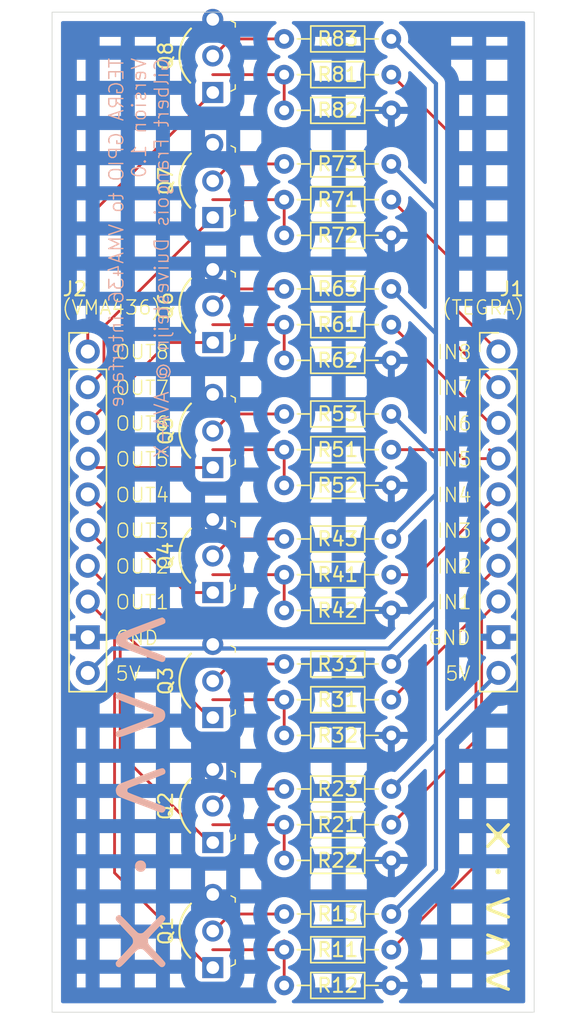
<source format=kicad_pcb>
(kicad_pcb (version 20221018) (generator pcbnew)
  (title_block (title "P3449-B01 GPIO to VMA436 interface") (date "2024-05-20") (rev "1.0") (company "Gilbert François Duivesteijn @ AVA-X"))
  (layers (0 "F.Cu" signal) (31 "B.Cu" signal) (34 "B.Paste" user) (35 "F.Paste" user) (36 "B.SilkS" user "B.Silkscreen") (37 "F.SilkS" user "F.Silkscreen") (38 "B.Mask" user) (39 "F.Mask" user) (44 "Edge.Cuts" user))
  (net 0 "")
  (net 1 "/TEGRA_OUT_1")
  (net 2 "/TEGRA_OUT_2")
  (net 3 "/TEGRA_OUT_3")
  (net 4 "/TEGRA_OUT_4")
  (net 5 "/TEGRA_OUT_5")
  (net 6 "/TEGRA_OUT_6")
  (net 7 "/TEGRA_OUT_7")
  (net 8 "/TEGRA_OUT_8")
  (net 9 "/5V")
  (net 10 "GND")
  (net 11 "/VMA436_IN_1")
  (net 12 "/VMA436_IN_2")
  (net 13 "/VMA436_IN_3")
  (net 14 "/VMA436_IN_4")
  (net 15 "/VMA436_IN_5")
  (net 16 "/VMA436_IN_6")
  (net 17 "/VMA436_IN_7")
  (net 18 "/VMA436_IN_8")
  (net 19 "Net-(Q1-B)")
  (net 20 "Net-(Q1-C)")
  (net 21 "Net-(Q2-B)")
  (net 22 "Net-(Q2-C)")
  (net 23 "Net-(Q3-B)")
  (net 24 "Net-(Q3-C)")
  (net 25 "Net-(Q4-B)")
  (net 26 "Net-(Q4-C)")
  (net 27 "Net-(Q5-B)")
  (net 28 "Net-(Q5-C)")
  (net 29 "Net-(Q6-B)")
  (net 30 "Net-(Q6-C)")
  (net 31 "Net-(Q7-B)")
  (net 32 "Net-(Q7-C)")
  (net 33 "Net-(Q8-B)")
  (net 34 "Net-(Q8-C)")
  (footprint "Resistor_THT:R_Axial_DIN0204_L3.6mm_D1.6mm_P7.62mm_Horizontal" (layer "F.Cu") (at 93.98 53.34 180)
    (fp_text reference "R73" (at 3.81 0) (layer "F.SilkS"))
    (fp_text value "470")
    (pad "1" thru_hole circle (at 0 0 180) (size 1.4 1.4) (drill 0.7) (layers "*.Cu" "*.Mask") (net 9 "/5V"))
    (pad "2" thru_hole oval (at 7.62 0 180) (size 1.4 1.4) (drill 0.7) (layers "*.Cu" "*.Mask") (net 32 "Net-(Q7-C)"))
  )
  (footprint "Resistor_THT:R_Axial_DIN0204_L3.6mm_D1.6mm_P7.62mm_Horizontal" (layer "F.Cu") (at 93.98 44.45 180)
    (fp_text reference "R83" (at 3.81 0) (layer "F.SilkS"))
    (fp_text value "470")
    (pad "1" thru_hole circle (at 0 0 180) (size 1.4 1.4) (drill 0.7) (layers "*.Cu" "*.Mask") (net 9 "/5V"))
    (pad "2" thru_hole oval (at 7.62 0 180) (size 1.4 1.4) (drill 0.7) (layers "*.Cu" "*.Mask") (net 34 "Net-(Q8-C)"))
  )
  (footprint "Resistor_THT:R_Axial_DIN0204_L3.6mm_D1.6mm_P7.62mm_Horizontal" (layer "F.Cu") (at 86.36 58.42)
    (fp_text reference "R72" (at 3.81 0) (layer "F.SilkS"))
    (fp_text value "47k")
    (pad "1" thru_hole circle (at 0 0) (size 1.4 1.4) (drill 0.7) (layers "*.Cu" "*.Mask") (net 31 "Net-(Q7-B)"))
    (pad "2" thru_hole oval (at 7.62 0) (size 1.4 1.4) (drill 0.7) (layers "*.Cu" "*.Mask") (net 10 "GND"))
  )
  (footprint "Resistor_THT:R_Axial_DIN0204_L3.6mm_D1.6mm_P7.62mm_Horizontal" (layer "F.Cu") (at 86.36 49.53)
    (fp_text reference "R82" (at 3.81 0) (layer "F.SilkS"))
    (fp_text value "47k")
    (pad "1" thru_hole circle (at 0 0) (size 1.4 1.4) (drill 0.7) (layers "*.Cu" "*.Mask") (net 33 "Net-(Q8-B)"))
    (pad "2" thru_hole oval (at 7.62 0) (size 1.4 1.4) (drill 0.7) (layers "*.Cu" "*.Mask") (net 10 "GND"))
  )
  (footprint "Resistor_THT:R_Axial_DIN0204_L3.6mm_D1.6mm_P7.62mm_Horizontal" (layer "F.Cu") (at 86.36 85.09)
    (fp_text reference "R42" (at 3.81 0) (layer "F.SilkS"))
    (fp_text value "47k")
    (pad "1" thru_hole circle (at 0 0) (size 1.4 1.4) (drill 0.7) (layers "*.Cu" "*.Mask") (net 25 "Net-(Q4-B)"))
    (pad "2" thru_hole oval (at 7.62 0) (size 1.4 1.4) (drill 0.7) (layers "*.Cu" "*.Mask") (net 10 "GND"))
  )
  (footprint "Connector_PinHeader_2.54mm:PinHeader_1x10_P2.54mm_Vertical" (layer "F.Cu") (at 101.6 66.675)
    (fp_text reference "J1" (at 1.905 -4.445) (layer "F.SilkS") (effects (justify right)))
    (fp_text value "Conn_01x10_Pin")
    (pad "1" thru_hole oval (at 0 0) (size 1.7 1.7) (drill 1) (layers "*.Cu" "*.Mask") (net 8 "/TEGRA_OUT_8"))
    (pad "2" thru_hole oval (at 0 2.54) (size 1.7 1.7) (drill 1) (layers "*.Cu" "*.Mask") (net 7 "/TEGRA_OUT_7"))
    (pad "3" thru_hole oval (at 0 5.08) (size 1.7 1.7) (drill 1) (layers "*.Cu" "*.Mask") (net 6 "/TEGRA_OUT_6"))
    (pad "4" thru_hole oval (at 0 7.62) (size 1.7 1.7) (drill 1) (layers "*.Cu" "*.Mask") (net 5 "/TEGRA_OUT_5"))
    (pad "5" thru_hole oval (at 0 10.16) (size 1.7 1.7) (drill 1) (layers "*.Cu" "*.Mask") (net 4 "/TEGRA_OUT_4"))
    (pad "6" thru_hole oval (at 0 12.7) (size 1.7 1.7) (drill 1) (layers "*.Cu" "*.Mask") (net 3 "/TEGRA_OUT_3"))
    (pad "7" thru_hole oval (at 0 15.24) (size 1.7 1.7) (drill 1) (layers "*.Cu" "*.Mask") (net 2 "/TEGRA_OUT_2"))
    (pad "8" thru_hole oval (at 0 17.78) (size 1.7 1.7) (drill 1) (layers "*.Cu" "*.Mask") (net 1 "/TEGRA_OUT_1"))
    (pad "9" thru_hole rect (at 0 20.32) (size 1.7 1.7) (drill 1) (layers "*.Cu" "*.Mask") (net 10 "GND"))
    (pad "10" thru_hole oval (at 0 22.86) (size 1.7 1.7) (drill 1) (layers "*.Cu" "*.Mask") (net 9 "/5V"))
  )
  (footprint "Resistor_THT:R_Axial_DIN0204_L3.6mm_D1.6mm_P7.62mm_Horizontal" (layer "F.Cu") (at 93.98 91.44 180)
    (fp_text reference "R31" (at 3.81 0) (layer "F.SilkS"))
    (fp_text value "4.7k")
    (pad "1" thru_hole circle (at 0 0 180) (size 1.4 1.4) (drill 0.7) (layers "*.Cu" "*.Mask") (net 3 "/TEGRA_OUT_3"))
    (pad "2" thru_hole oval (at 7.62 0 180) (size 1.4 1.4) (drill 0.7) (layers "*.Cu" "*.Mask") (net 23 "Net-(Q3-B)"))
  )
  (footprint "Resistor_THT:R_Axial_DIN0204_L3.6mm_D1.6mm_P7.62mm_Horizontal" (layer "F.Cu") (at 93.98 73.66 180)
    (fp_text reference "R51" (at 3.81 0) (layer "F.SilkS"))
    (fp_text value "4.7k")
    (pad "1" thru_hole circle (at 0 0 180) (size 1.4 1.4) (drill 0.7) (layers "*.Cu" "*.Mask") (net 5 "/TEGRA_OUT_5"))
    (pad "2" thru_hole oval (at 7.62 0 180) (size 1.4 1.4) (drill 0.7) (layers "*.Cu" "*.Mask") (net 27 "Net-(Q5-B)"))
  )
  (footprint "Resistor_THT:R_Axial_DIN0204_L3.6mm_D1.6mm_P7.62mm_Horizontal" (layer "F.Cu") (at 86.36 102.87)
    (fp_text reference "R22" (at 3.81 0) (layer "F.SilkS"))
    (fp_text value "47k")
    (pad "1" thru_hole circle (at 0 0) (size 1.4 1.4) (drill 0.7) (layers "*.Cu" "*.Mask") (net 21 "Net-(Q2-B)"))
    (pad "2" thru_hole oval (at 7.62 0) (size 1.4 1.4) (drill 0.7) (layers "*.Cu" "*.Mask") (net 10 "GND"))
  )
  (footprint "Resistor_THT:R_Axial_DIN0204_L3.6mm_D1.6mm_P7.62mm_Horizontal" (layer "F.Cu") (at 93.98 46.99 180)
    (fp_text reference "R81" (at 3.81 0) (layer "F.SilkS"))
    (fp_text value "4.7k")
    (pad "1" thru_hole circle (at 0 0 180) (size 1.4 1.4) (drill 0.7) (layers "*.Cu" "*.Mask") (net 8 "/TEGRA_OUT_8"))
    (pad "2" thru_hole oval (at 7.62 0 180) (size 1.4 1.4) (drill 0.7) (layers "*.Cu" "*.Mask") (net 33 "Net-(Q8-B)"))
  )
  (footprint "digikey-footprints:TO-92-3_Formed_Leads" (layer "F.Cu") (at 81.28 101.6 90)
    (fp_text reference "Q2" (at 2.6 -3.35 90) (layer "F.SilkS"))
    (fp_text value "BC547B")
    (pad "1" thru_hole rect (at 0 0 270) (size 1.5 1.5) (drill 0.9) (layers "*.Cu" "*.Mask") (net 22 "Net-(Q2-C)"))
    (pad "2" thru_hole circle (at 2.6 0 270) (size 1.5 1.5) (drill 0.9) (layers "*.Cu" "*.Mask") (net 21 "Net-(Q2-B)"))
    (pad "3" thru_hole circle (at 5.2 0 270) (size 1.5 1.5) (drill 0.9) (layers "*.Cu" "*.Mask") (net 12 "/VMA436_IN_2"))
  )
  (footprint "digikey-footprints:TO-92-3_Formed_Leads" (layer "F.Cu") (at 81.28 83.82 90)
    (fp_text reference "Q4" (at 2.6 -3.35 90) (layer "F.SilkS"))
    (fp_text value "BC547B")
    (pad "1" thru_hole rect (at 0 0 270) (size 1.5 1.5) (drill 0.9) (layers "*.Cu" "*.Mask") (net 26 "Net-(Q4-C)"))
    (pad "2" thru_hole circle (at 2.6 0 270) (size 1.5 1.5) (drill 0.9) (layers "*.Cu" "*.Mask") (net 25 "Net-(Q4-B)"))
    (pad "3" thru_hole circle (at 5.2 0 270) (size 1.5 1.5) (drill 0.9) (layers "*.Cu" "*.Mask") (net 14 "/VMA436_IN_4"))
  )
  (footprint "Resistor_THT:R_Axial_DIN0204_L3.6mm_D1.6mm_P7.62mm_Horizontal" (layer "F.Cu") (at 93.98 97.79 180)
    (fp_text reference "R23" (at 3.81 0) (layer "F.SilkS"))
    (fp_text value "470")
    (pad "1" thru_hole circle (at 0 0 180) (size 1.4 1.4) (drill 0.7) (layers "*.Cu" "*.Mask") (net 9 "/5V"))
    (pad "2" thru_hole oval (at 7.62 0 180) (size 1.4 1.4) (drill 0.7) (layers "*.Cu" "*.Mask") (net 22 "Net-(Q2-C)"))
  )
  (footprint "digikey-footprints:TO-92-3_Formed_Leads" (layer "F.Cu") (at 81.28 92.71 90)
    (fp_text reference "Q3" (at 2.6 -3.35 90) (layer "F.SilkS"))
    (fp_text value "BC547B")
    (pad "1" thru_hole rect (at 0 0 270) (size 1.5 1.5) (drill 0.9) (layers "*.Cu" "*.Mask") (net 24 "Net-(Q3-C)"))
    (pad "2" thru_hole circle (at 2.6 0 270) (size 1.5 1.5) (drill 0.9) (layers "*.Cu" "*.Mask") (net 23 "Net-(Q3-B)"))
    (pad "3" thru_hole circle (at 5.2 0 270) (size 1.5 1.5) (drill 0.9) (layers "*.Cu" "*.Mask") (net 13 "/VMA436_IN_3"))
  )
  (footprint "Resistor_THT:R_Axial_DIN0204_L3.6mm_D1.6mm_P7.62mm_Horizontal" (layer "F.Cu") (at 93.98 88.9 180)
    (fp_text reference "R33" (at 3.81 0) (layer "F.SilkS"))
    (fp_text value "470")
    (pad "1" thru_hole circle (at 0 0 180) (size 1.4 1.4) (drill 0.7) (layers "*.Cu" "*.Mask") (net 9 "/5V"))
    (pad "2" thru_hole oval (at 7.62 0 180) (size 1.4 1.4) (drill 0.7) (layers "*.Cu" "*.Mask") (net 24 "Net-(Q3-C)"))
  )
  (footprint "Resistor_THT:R_Axial_DIN0204_L3.6mm_D1.6mm_P7.62mm_Horizontal" (layer "F.Cu") (at 93.98 106.68 180)
    (fp_text reference "R13" (at 3.81 0) (layer "F.SilkS"))
    (fp_text value "470")
    (pad "1" thru_hole circle (at 0 0 180) (size 1.4 1.4) (drill 0.7) (layers "*.Cu" "*.Mask") (net 9 "/5V"))
    (pad "2" thru_hole oval (at 7.62 0 180) (size 1.4 1.4) (drill 0.7) (layers "*.Cu" "*.Mask") (net 20 "Net-(Q1-C)"))
  )
  (footprint "digikey-footprints:TO-92-3_Formed_Leads" (layer "F.Cu") (at 81.28 110.49 90)
    (fp_text reference "Q1" (at 2.6 -3.35 90) (layer "F.SilkS"))
    (fp_text value "BC547B")
    (pad "1" thru_hole rect (at 0 0 270) (size 1.5 1.5) (drill 0.9) (layers "*.Cu" "*.Mask") (net 20 "Net-(Q1-C)"))
    (pad "2" thru_hole circle (at 2.6 0 270) (size 1.5 1.5) (drill 0.9) (layers "*.Cu" "*.Mask") (net 19 "Net-(Q1-B)"))
    (pad "3" thru_hole circle (at 5.2 0 270) (size 1.5 1.5) (drill 0.9) (layers "*.Cu" "*.Mask") (net 11 "/VMA436_IN_1"))
  )
  (footprint "Resistor_THT:R_Axial_DIN0204_L3.6mm_D1.6mm_P7.62mm_Horizontal" (layer "F.Cu") (at 86.36 93.98)
    (fp_text reference "R32" (at 3.81 0) (layer "F.SilkS"))
    (fp_text value "47k")
    (pad "1" thru_hole circle (at 0 0) (size 1.4 1.4) (drill 0.7) (layers "*.Cu" "*.Mask") (net 23 "Net-(Q3-B)"))
    (pad "2" thru_hole oval (at 7.62 0) (size 1.4 1.4) (drill 0.7) (layers "*.Cu" "*.Mask") (net 10 "GND"))
  )
  (footprint "Resistor_THT:R_Axial_DIN0204_L3.6mm_D1.6mm_P7.62mm_Horizontal" (layer "F.Cu") (at 86.36 67.31)
    (fp_text reference "R62" (at 3.81 0) (layer "F.SilkS"))
    (fp_text value "47k")
    (pad "1" thru_hole circle (at 0 0) (size 1.4 1.4) (drill 0.7) (layers "*.Cu" "*.Mask") (net 29 "Net-(Q6-B)"))
    (pad "2" thru_hole oval (at 7.62 0) (size 1.4 1.4) (drill 0.7) (layers "*.Cu" "*.Mask") (net 10 "GND"))
  )
  (footprint "Resistor_THT:R_Axial_DIN0204_L3.6mm_D1.6mm_P7.62mm_Horizontal" (layer "F.Cu") (at 93.98 109.22 180)
    (fp_text reference "R11" (at 3.81 0) (layer "F.SilkS"))
    (fp_text value "4.7k")
    (pad "1" thru_hole circle (at 0 0 180) (size 1.4 1.4) (drill 0.7) (layers "*.Cu" "*.Mask") (net 1 "/TEGRA_OUT_1"))
    (pad "2" thru_hole oval (at 7.62 0 180) (size 1.4 1.4) (drill 0.7) (layers "*.Cu" "*.Mask") (net 19 "Net-(Q1-B)"))
  )
  (footprint "Resistor_THT:R_Axial_DIN0204_L3.6mm_D1.6mm_P7.62mm_Horizontal" (layer "F.Cu") (at 86.36 76.2)
    (fp_text reference "R52" (at 3.81 0) (layer "F.SilkS"))
    (fp_text value "47k")
    (pad "1" thru_hole circle (at 0 0) (size 1.4 1.4) (drill 0.7) (layers "*.Cu" "*.Mask") (net 27 "Net-(Q5-B)"))
    (pad "2" thru_hole oval (at 7.62 0) (size 1.4 1.4) (drill 0.7) (layers "*.Cu" "*.Mask") (net 10 "GND"))
  )
  (footprint "Resistor_THT:R_Axial_DIN0204_L3.6mm_D1.6mm_P7.62mm_Horizontal" (layer "F.Cu") (at 93.98 80.01 180)
    (fp_text reference "R43" (at 3.81 0) (layer "F.SilkS"))
    (fp_text value "470")
    (pad "1" thru_hole circle (at 0 0 180) (size 1.4 1.4) (drill 0.7) (layers "*.Cu" "*.Mask") (net 9 "/5V"))
    (pad "2" thru_hole oval (at 7.62 0 180) (size 1.4 1.4) (drill 0.7) (layers "*.Cu" "*.Mask") (net 26 "Net-(Q4-C)"))
  )
  (footprint "Resistor_THT:R_Axial_DIN0204_L3.6mm_D1.6mm_P7.62mm_Horizontal" (layer "F.Cu") (at 93.98 55.88 180)
    (fp_text reference "R71" (at 3.81 0) (layer "F.SilkS"))
    (fp_text value "4.7k")
    (pad "1" thru_hole circle (at 0 0 180) (size 1.4 1.4) (drill 0.7) (layers "*.Cu" "*.Mask") (net 7 "/TEGRA_OUT_7"))
    (pad "2" thru_hole oval (at 7.62 0 180) (size 1.4 1.4) (drill 0.7) (layers "*.Cu" "*.Mask") (net 31 "Net-(Q7-B)"))
  )
  (footprint "Resistor_THT:R_Axial_DIN0204_L3.6mm_D1.6mm_P7.62mm_Horizontal" (layer "F.Cu") (at 93.98 100.33 180)
    (fp_text reference "R21" (at 3.81 0) (layer "F.SilkS"))
    (fp_text value "4.7k")
    (pad "1" thru_hole circle (at 0 0 180) (size 1.4 1.4) (drill 0.7) (layers "*.Cu" "*.Mask") (net 2 "/TEGRA_OUT_2"))
    (pad "2" thru_hole oval (at 7.62 0 180) (size 1.4 1.4) (drill 0.7) (layers "*.Cu" "*.Mask") (net 21 "Net-(Q2-B)"))
  )
  (footprint "Resistor_THT:R_Axial_DIN0204_L3.6mm_D1.6mm_P7.62mm_Horizontal" (layer "F.Cu") (at 93.98 64.77 180)
    (fp_text reference "R61" (at 3.81 0) (layer "F.SilkS"))
    (fp_text value "4.7k")
    (pad "1" thru_hole circle (at 0 0 180) (size 1.4 1.4) (drill 0.7) (layers "*.Cu" "*.Mask") (net 6 "/TEGRA_OUT_6"))
    (pad "2" thru_hole oval (at 7.62 0 180) (size 1.4 1.4) (drill 0.7) (layers "*.Cu" "*.Mask") (net 29 "Net-(Q6-B)"))
  )
  (footprint "Resistor_THT:R_Axial_DIN0204_L3.6mm_D1.6mm_P7.62mm_Horizontal" (layer "F.Cu") (at 93.98 62.23 180)
    (fp_text reference "R63" (at 3.81 0) (layer "F.SilkS"))
    (fp_text value "470")
    (pad "1" thru_hole circle (at 0 0 180) (size 1.4 1.4) (drill 0.7) (layers "*.Cu" "*.Mask") (net 9 "/5V"))
    (pad "2" thru_hole oval (at 7.62 0 180) (size 1.4 1.4) (drill 0.7) (layers "*.Cu" "*.Mask") (net 30 "Net-(Q6-C)"))
  )
  (footprint "digikey-footprints:ava-x-logo-12" (layer "F.Cu") (at 101.6 106.172 90)
    (fp_text reference "G***" hide)
    (fp_text value "LOGO" hide)
  )
  (footprint "digikey-footprints:TO-92-3_Formed_Leads" (layer "F.Cu") (at 81.28 57.15 90)
    (fp_text reference "Q7" (at 2.6 -3.35 90) (layer "F.SilkS"))
    (fp_text value "BC547B")
    (pad "1" thru_hole rect (at 0 0 270) (size 1.5 1.5) (drill 0.9) (layers "*.Cu" "*.Mask") (net 32 "Net-(Q7-C)"))
    (pad "2" thru_hole circle (at 2.6 0 270) (size 1.5 1.5) (drill 0.9) (layers "*.Cu" "*.Mask") (net 31 "Net-(Q7-B)"))
    (pad "3" thru_hole circle (at 5.2 0 270) (size 1.5 1.5) (drill 0.9) (layers "*.Cu" "*.Mask") (net 17 "/VMA436_IN_7"))
  )
  (footprint "Resistor_THT:R_Axial_DIN0204_L3.6mm_D1.6mm_P7.62mm_Horizontal" (layer "F.Cu") (at 93.98 71.12 180)
    (fp_text reference "R53" (at 3.81 0) (layer "F.SilkS"))
    (fp_text value "470")
    (pad "1" thru_hole circle (at 0 0 180) (size 1.4 1.4) (drill 0.7) (layers "*.Cu" "*.Mask") (net 9 "/5V"))
    (pad "2" thru_hole oval (at 7.62 0 180) (size 1.4 1.4) (drill 0.7) (layers "*.Cu" "*.Mask") (net 28 "Net-(Q5-C)"))
  )
  (footprint "digikey-footprints:TO-92-3_Formed_Leads" (layer "F.Cu") (at 81.28 66.04 90)
    (fp_text reference "Q6" (at 2.6 -3.35 90) (layer "F.SilkS"))
    (fp_text value "BC547B")
    (pad "1" thru_hole rect (at 0 0 270) (size 1.5 1.5) (drill 0.9) (layers "*.Cu" "*.Mask") (net 30 "Net-(Q6-C)"))
    (pad "2" thru_hole circle (at 2.6 0 270) (size 1.5 1.5) (drill 0.9) (layers "*.Cu" "*.Mask") (net 29 "Net-(Q6-B)"))
    (pad "3" thru_hole circle (at 5.2 0 270) (size 1.5 1.5) (drill 0.9) (layers "*.Cu" "*.Mask") (net 16 "/VMA436_IN_6"))
  )
  (footprint "Resistor_THT:R_Axial_DIN0204_L3.6mm_D1.6mm_P7.62mm_Horizontal" (layer "F.Cu") (at 86.36 111.76)
    (fp_text reference "R12" (at 3.81 0) (layer "F.SilkS"))
    (fp_text value "47k")
    (pad "1" thru_hole circle (at 0 0) (size 1.4 1.4) (drill 0.7) (layers "*.Cu" "*.Mask") (net 19 "Net-(Q1-B)"))
    (pad "2" thru_hole oval (at 7.62 0) (size 1.4 1.4) (drill 0.7) (layers "*.Cu" "*.Mask") (net 10 "GND"))
  )
  (footprint "Resistor_THT:R_Axial_DIN0204_L3.6mm_D1.6mm_P7.62mm_Horizontal" (layer "F.Cu") (at 93.98 82.55 180)
    (fp_text reference "R41" (at 3.81 0) (layer "F.SilkS"))
    (fp_text value "4.7k")
    (pad "1" thru_hole circle (at 0 0 180) (size 1.4 1.4) (drill 0.7) (layers "*.Cu" "*.Mask") (net 4 "/TEGRA_OUT_4"))
    (pad "2" thru_hole oval (at 7.62 0 180) (size 1.4 1.4) (drill 0.7) (layers "*.Cu" "*.Mask") (net 25 "Net-(Q4-B)"))
  )
  (footprint "Connector_PinHeader_2.54mm:PinHeader_1x10_P2.54mm_Vertical" (layer "F.Cu") (at 72.39 66.68)
    (fp_text reference "J2" (at -0.922857 -4.45) (layer "F.SilkS"))
    (fp_text value "Conn_01x10_Pin")
    (pad "1" thru_hole oval (at 0 0) (size 1.7 1.7) (drill 1) (layers "*.Cu" "*.Mask") (net 18 "/VMA436_IN_8"))
    (pad "2" thru_hole oval (at 0 2.54) (size 1.7 1.7) (drill 1) (layers "*.Cu" "*.Mask") (net 17 "/VMA436_IN_7"))
    (pad "3" thru_hole oval (at 0 5.08) (size 1.7 1.7) (drill 1) (layers "*.Cu" "*.Mask") (net 16 "/VMA436_IN_6"))
    (pad "4" thru_hole oval (at 0 7.62) (size 1.7 1.7) (drill 1) (layers "*.Cu" "*.Mask") (net 15 "/VMA436_IN_5"))
    (pad "5" thru_hole oval (at 0 10.16) (size 1.7 1.7) (drill 1) (layers "*.Cu" "*.Mask") (net 14 "/VMA436_IN_4"))
    (pad "6" thru_hole oval (at 0 12.7) (size 1.7 1.7) (drill 1) (layers "*.Cu" "*.Mask") (net 13 "/VMA436_IN_3"))
    (pad "7" thru_hole oval (at 0 15.24) (size 1.7 1.7) (drill 1) (layers "*.Cu" "*.Mask") (net 12 "/VMA436_IN_2"))
    (pad "8" thru_hole oval (at 0 17.78) (size 1.7 1.7) (drill 1) (layers "*.Cu" "*.Mask") (net 11 "/VMA436_IN_1"))
    (pad "9" thru_hole rect (at 0 20.32) (size 1.7 1.7) (drill 1) (layers "*.Cu" "*.Mask") (net 10 "GND"))
    (pad "10" thru_hole oval (at 0 22.86) (size 1.7 1.7) (drill 1) (layers "*.Cu" "*.Mask") (net 9 "/5V"))
  )
  (footprint "digikey-footprints:TO-92-3_Formed_Leads" (layer "F.Cu") (at 81.28 74.93 90)
    (fp_text reference "Q5" (at 2.6 -3.35 90) (layer "F.SilkS"))
    (fp_text value "BC547B")
    (pad "1" thru_hole rect (at 0 0 270) (size 1.5 1.5) (drill 0.9) (layers "*.Cu" "*.Mask") (net 28 "Net-(Q5-C)"))
    (pad "2" thru_hole circle (at 2.6 0 270) (size 1.5 1.5) (drill 0.9) (layers "*.Cu" "*.Mask") (net 27 "Net-(Q5-B)"))
    (pad "3" thru_hole circle (at 5.2 0 270) (size 1.5 1.5) (drill 0.9) (layers "*.Cu" "*.Mask") (net 15 "/VMA436_IN_5"))
  )
  (footprint "digikey-footprints:TO-92-3_Formed_Leads" (layer "F.Cu") (at 81.28 48.26 90)
    (fp_text reference "Q8" (at 2.6 -3.35 90) (layer "F.SilkS"))
    (fp_text value "BC547B")
    (pad "1" thru_hole rect (at 0 0 270) (size 1.5 1.5) (drill 0.9) (layers "*.Cu" "*.Mask") (net 34 "Net-(Q8-C)"))
    (pad "2" thru_hole circle (at 2.6 0 270) (size 1.5 1.5) (drill 0.9) (layers "*.Cu" "*.Mask") (net 33 "Net-(Q8-B)"))
    (pad "3" thru_hole circle (at 5.2 0 270) (size 1.5 1.5) (drill 0.9) (layers "*.Cu" "*.Mask") (net 18 "/VMA436_IN_8"))
  )
  (footprint "digikey-footprints:ava-x-logo" (layer "B.Cu") (at 76.2 98.044 -90)
    (fp_text reference "G***" hide)
    (fp_text value "LOGO" hide)
  )
  (gr_line (start 104.14 113.665) (end 104.14 42.545) (stroke (width 0.05)) (layer "Edge.Cuts"))
  (gr_line (start 69.85 42.545) (end 69.85 113.665) (stroke (width 0.05)) (layer "Edge.Cuts"))
  (gr_line (start 69.85 113.665) (end 104.14 113.665) (stroke (width 0.05)) (layer "Edge.Cuts"))
  (gr_line (start 104.14 42.545) (end 69.85 42.545) (stroke (width 0.05)) (layer "Edge.Cuts"))
  (gr_text "TEGRA GPIO to VMA436 interface\nVersion 1.0\nGilbert François Duivesteijn @ AVA-X" (at 78.232 45.72 90) (layer "B.SilkS") (effects (font (size 1 1) (thickness 0.1)) (justify left bottom mirror)))
  (gr_text "GND" (at 99.695 87.63) (layer "F.SilkS") (effects (font (size 1 1) (thickness 0.1)) (justify right bottom)))
  (gr_text "GND" (at 74.295 87.63) (layer "F.SilkS") (effects (font (size 1 1) (thickness 0.1)) (justify left bottom)))
  (gr_text "OUT1" (at 74.295 85.09) (layer "F.SilkS") (effects (font (size 1 1) (thickness 0.1)) (justify left bottom)))
  (gr_text "IN3" (at 97.155 80.01) (layer "F.SilkS") (effects (font (size 1 1) (thickness 0.1)) (justify left bottom)))
  (gr_text "5V" (at 99.695 90.17) (layer "F.SilkS") (effects (font (size 1 1) (thickness 0.1)) (justify right bottom)))
  (gr_text "OUT2" (at 74.295 82.55) (layer "F.SilkS") (effects (font (size 1 1) (thickness 0.1)) (justify left bottom)))
  (gr_text "IN8" (at 97.155 67.31) (layer "F.SilkS") (effects (font (size 1 1) (thickness 0.1)) (justify left bottom)))
  (gr_text "OUT4" (at 74.295 77.47) (layer "F.SilkS") (effects (font (size 1 1) (thickness 0.1)) (justify left bottom)))
  (gr_text "OUT7" (at 74.295 69.85) (layer "F.SilkS") (effects (font (size 1 1) (thickness 0.1)) (justify left bottom)))
  (gr_text "IN7" (at 97.155 69.85) (layer "F.SilkS") (effects (font (size 1 1) (thickness 0.1)) (justify left bottom)))
  (gr_text "OUT8" (at 74.295 67.31) (layer "F.SilkS") (effects (font (size 1 1) (thickness 0.1)) (justify left bottom)))
  (gr_text "IN4" (at 97.155 77.47) (layer "F.SilkS") (effects (font (size 1 1) (thickness 0.1)) (justify left bottom)))
  (gr_text "IN5" (at 97.155 74.93) (layer "F.SilkS") (effects (font (size 1 1) (thickness 0.1)) (justify left bottom)))
  (gr_text "IN6" (at 97.155 72.39) (layer "F.SilkS") (effects (font (size 1 1) (thickness 0.1)) (justify left bottom)))
  (gr_text "OUT5" (at 74.295 74.93) (layer "F.SilkS") (effects (font (size 1 1) (thickness 0.1)) (justify left bottom)))
  (gr_text "OUT3" (at 74.295 80.01) (layer "F.SilkS") (effects (font (size 1 1) (thickness 0.1)) (justify left bottom)))
  (gr_text "(VMA436)" (at 70.485 64.135) (layer "F.SilkS") (effects (font (size 1 1) (thickness 0.1)) (justify left bottom)))
  (gr_text "OUT6" (at 74.295 72.39) (layer "F.SilkS") (effects (font (size 1 1) (thickness 0.1)) (justify left bottom)))
  (gr_text "IN2" (at 97.155 82.55) (layer "F.SilkS") (effects (font (size 1 1) (thickness 0.1)) (justify left bottom)))
  (gr_text "IN1" (at 97.155 85.09) (layer "F.SilkS") (effects (font (size 1 1) (thickness 0.1)) (justify left bottom)))
  (gr_text "(TEGRA)" (at 103.505 64.135) (layer "F.SilkS") (effects (font (size 1 1) (thickness 0.1)) (justify right bottom)))
  (gr_text "5V" (at 74.295 90.17) (layer "F.SilkS") (effects (font (size 1 1) (thickness 0.1)) (justify left bottom)))
  (segment (start 100.4 102.8) (end 100.4 85.655) (width 0.2) (layer "F.Cu") (net 1))
  (segment (start 100.4 85.655) (end 101.6 84.455) (width 0.2) (layer "F.Cu") (net 1))
  (segment (start 93.98 109.22) (end 100.4 102.8) (width 0.2) (layer "F.Cu") (net 1))
  (segment (start 93.98 100.33) (end 100 94.31) (width 0.2) (layer "F.Cu") (net 2))
  (segment (start 100 94.31) (end 100 83.515) (width 0.2) (layer "F.Cu") (net 2))
  (segment (start 100 83.515) (end 101.6 81.915) (width 0.2) (layer "F.Cu") (net 2))
  (segment (start 93.98 91.44) (end 99.6 85.82) (width 0.2) (layer "F.Cu") (net 3))
  (segment (start 99.6 85.82) (end 99.6 81.375) (width 0.2) (layer "F.Cu") (net 3))
  (segment (start 99.6 81.375) (end 101.6 79.375) (width 0.2) (layer "F.Cu") (net 3))
  (segment (start 93.98 82.55) (end 95.885 82.55) (width 0.2) (layer "F.Cu") (net 4))
  (segment (start 95.885 82.55) (end 101.6 76.835) (width 0.2) (layer "F.Cu") (net 4))
  (segment (start 98.425 73.66) (end 99.06 74.295) (width 0.2) (layer "F.Cu") (net 5))
  (segment (start 100.965 73.66) (end 101.6 74.295) (width 0.2) (layer "F.Cu") (net 5))
  (segment (start 99.06 74.295) (end 101.6 74.295) (width 0.2) (layer "F.Cu") (net 5))
  (segment (start 93.98 73.66) (end 98.425 73.66) (width 0.2) (layer "F.Cu") (net 5))
  (segment (start 100.965 71.755) (end 101.6 71.755) (width 0.2) (layer "F.Cu") (net 6))
  (segment (start 93.98 64.77) (end 100.965 71.755) (width 0.2) (layer "F.Cu") (net 6))
  (segment (start 98.025 65.64) (end 101.6 69.215) (width 0.2) (layer "F.Cu") (net 7))
  (segment (start 93.98 55.88) (end 98.025 59.925) (width 0.2) (layer "F.Cu") (net 7))
  (segment (start 98.025 59.925) (end 98.025 65.64) (width 0.2) (layer "F.Cu") (net 7))
  (segment (start 98.425 51.435) (end 98.425 63.5) (width 0.2) (layer "F.Cu") (net 8))
  (segment (start 93.98 46.99) (end 98.425 51.435) (width 0.2) (layer "F.Cu") (net 8))
  (segment (start 98.425 63.5) (end 101.6 66.675) (width 0.2) (layer "F.Cu") (net 8))
  (segment (start 97.155 74.295) (end 97.155 67.31) (width 0.3) (layer "B.Cu") (net 9))
  (segment (start 97.155 82.55) (end 97.155 76.835) (width 0.3) (layer "B.Cu") (net 9))
  (segment (start 101.6 89.535) (end 97.155 93.98) (width 0.3) (layer "B.Cu") (net 9))
  (segment (start 97.155 94.615) (end 93.98 97.79) (width 0.3) (layer "B.Cu") (net 9))
  (segment (start 97.155 47.625) (end 93.98 44.45) (width 0.3) (layer "B.Cu") (net 9))
  (segment (start 97.155 103.505) (end 93.98 106.68) (width 0.3) (layer "B.Cu") (net 9))
  (segment (start 93.98 97.155) (end 93.98 97.79) (width 0.2) (layer "B.Cu") (net 9))
  (segment (start 97.155 76.835) (end 97.155 74.295) (width 0.3) (layer "B.Cu") (net 9))
  (segment (start 97.155 85.725) (end 93.98 88.9) (width 0.3) (layer "B.Cu") (net 9))
  (segment (start 97.155 74.295) (end 93.98 71.12) (width 0.3) (layer "B.Cu") (net 9))
  (segment (start 97.155 93.98) (end 97.155 94.615) (width 0.3) (layer "B.Cu") (net 9))
  (segment (start 97.155 93.98) (end 97.155 85.725) (width 0.3) (layer "B.Cu") (net 9))
  (segment (start 97.155 93.98) (end 97.155 103.505) (width 0.3) (layer "B.Cu") (net 9))
  (segment (start 97.155 85.725) (end 97.155 82.55) (width 0.3) (layer "B.Cu") (net 9))
  (segment (start 97.155 82.55) (end 97.155 84.455) (width 0.3) (layer "B.Cu") (net 9))
  (segment (start 97.155 56.515) (end 93.98 53.34) (width 0.3) (layer "B.Cu") (net 9))
  (segment (start 74.13 87.8) (end 72.39 89.54) (width 0.3) (layer "B.Cu") (net 9))
  (segment (start 97.155 65.405) (end 93.98 62.23) (width 0.3) (layer "B.Cu") (net 9))
  (segment (start 97.155 65.405) (end 97.155 56.515) (width 0.3) (layer "B.Cu") (net 9))
  (segment (start 97.155 76.835) (end 93.98 80.01) (width 0.3) (layer "B.Cu") (net 9))
  (segment (start 97.155 67.31) (end 97.155 65.405) (width 0.3) (layer "B.Cu") (net 9))
  (segment (start 93.81 87.8) (end 74.13 87.8) (width 0.3) (layer "B.Cu") (net 9))
  (segment (start 97.155 84.455) (end 93.81 87.8) (width 0.3) (layer "B.Cu") (net 9))
  (segment (start 97.155 56.515) (end 97.155 47.625) (width 0.3) (layer "B.Cu") (net 9))
  (segment (start 74.295 103.755) (end 74.295 86.36) (width 0.2) (layer "F.Cu") (net 11))
  (segment (start 81.28 110.49) (end 81.03 110.49) (width 0.2) (layer "F.Cu") (net 11))
  (segment (start 74.29 86.36) (end 72.39 84.46) (width 0.2) (layer "F.Cu") (net 11))
  (segment (start 81.03 110.49) (end 74.295 103.755) (width 0.2) (layer "F.Cu") (net 11))
  (segment (start 74.295 86.36) (end 74.29 86.36) (width 0.2) (layer "F.Cu") (net 11))
  (segment (start 81.03 101.6) (end 74.695 95.265) (width 0.2) (layer "F.Cu") (net 12))
  (segment (start 81.28 101.6) (end 81.03 101.6) (width 0.2) (layer "F.Cu") (net 12))
  (segment (start 74.695 95.265) (end 74.695 84.225) (width 0.2) (layer "F.Cu") (net 12))
  (segment (start 74.695 84.225) (end 72.39 81.92) (width 0.2) (layer "F.Cu") (net 12))
  (segment (start 75.095 82.085) (end 72.39 79.38) (width 0.2) (layer "F.Cu") (net 13))
  (segment (start 81.03 92.71) (end 75.095 86.775) (width 0.2) (layer "F.Cu") (net 13))
  (segment (start 75.095 86.775) (end 75.095 82.085) (width 0.2) (layer "F.Cu") (net 13))
  (segment (start 81.28 92.71) (end 81.03 92.71) (width 0.2) (layer "F.Cu") (net 13))
  (segment (start 79.37 83.82) (end 72.39 76.84) (width 0.2) (layer "F.Cu") (net 14))
  (segment (start 81.28 83.82) (end 79.37 83.82) (width 0.2) (layer "F.Cu") (net 14))
  (segment (start 73.02 74.93) (end 72.39 74.3) (width 0.2) (layer "F.Cu") (net 15))
  (segment (start 81.28 74.93) (end 73.02 74.93) (width 0.2) (layer "F.Cu") (net 15))
  (segment (start 78.11 66.04) (end 72.39 71.76) (width 0.2) (layer "F.Cu") (net 16))
  (segment (start 81.28 66.04) (end 78.11 66.04) (width 0.2) (layer "F.Cu") (net 16))
  (segment (start 81.28 57.15) (end 73.54 64.89) (width 0.2) (layer "F.Cu") (net 17))
  (segment (start 73.54 64.89) (end 73.54 68.07) (width 0.2) (layer "F.Cu") (net 17))
  (segment (start 73.54 68.07) (end 72.39 69.22) (width 0.2) (layer "F.Cu") (net 17))
  (segment (start 81.28 48.26) (end 72.39 57.15) (width 0.2) (layer "F.Cu") (net 18))
  (segment (start 72.39 57.15) (end 72.39 66.68) (width 0.2) (layer "F.Cu") (net 18))
  (segment (start 86.36 109.22) (end 81.28 109.22) (width 0.2) (layer "F.Cu") (net 19))
  (segment (start 86.36 108.585) (end 85.725 109.22) (width 0.2) (layer "F.Cu") (net 19))
  (segment (start 86.36 111.76) (end 86.36 109.22) (width 0.2) (layer "F.Cu") (net 19))
  (segment (start 82.55 106.68) (end 81.28 107.95) (width 0.2) (layer "F.Cu") (net 20))
  (segment (start 86.36 106.68) (end 82.55 106.68) (width 0.2) (layer "F.Cu") (net 20))
  (segment (start 86.36 100.33) (end 81.28 100.33) (width 0.2) (layer "F.Cu") (net 21))
  (segment (start 86.36 102.87) (end 86.36 100.33) (width 0.2) (layer "F.Cu") (net 21))
  (segment (start 82.55 97.79) (end 81.28 99.06) (width 0.2) (layer "F.Cu") (net 22))
  (segment (start 86.36 97.79) (end 82.55 97.79) (width 0.2) (layer "F.Cu") (net 22))
  (segment (start 86.36 91.44) (end 81.28 91.44) (width 0.2) (layer "F.Cu") (net 23))
  (segment (start 86.36 93.98) (end 86.36 91.44) (width 0.2) (layer "F.Cu") (net 23))
  (segment (start 86.36 88.9) (end 82.55 88.9) (width 0.2) (layer "F.Cu") (net 24))
  (segment (start 82.55 88.9) (end 81.28 90.17) (width 0.2) (layer "F.Cu") (net 24))
  (segment (start 86.36 82.55) (end 81.28 82.55) (width 0.2) (layer "F.Cu") (net 25))
  (segment (start 86.36 85.09) (end 86.36 82.55) (width 0.2) (layer "F.Cu") (net 25))
  (segment (start 86.36 80.01) (end 82.55 80.01) (width 0.2) (layer "F.Cu") (net 26))
  (segment (start 82.55 80.01) (end 81.28 81.28) (width 0.2) (layer "F.Cu") (net 26))
  (segment (start 86.36 76.2) (end 86.36 73.66) (width 0.2) (layer "F.Cu") (net 27))
  (segment (start 86.36 73.66) (end 81.28 73.66) (width 0.2) (layer "F.Cu") (net 27))
  (segment (start 86.36 71.12) (end 82.55 71.12) (width 0.2) (layer "F.Cu") (net 28))
  (segment (start 82.55 71.12) (end 81.28 72.39) (width 0.2) (layer "F.Cu") (net 28))
  (segment (start 86.36 67.31) (end 86.36 64.77) (width 0.2) (layer "F.Cu") (net 29))
  (segment (start 86.36 64.77) (end 81.28 64.77) (width 0.2) (layer "F.Cu") (net 29))
  (segment (start 86.36 62.23) (end 82.55 62.23) (width 0.2) (layer "F.Cu") (net 30))
  (segment (start 82.55 62.23) (end 81.28 63.5) (width 0.2) (layer "F.Cu") (net 30))
  (segment (start 86.36 55.88) (end 81.28 55.88) (width 0.2) (layer "F.Cu") (net 31))
  (segment (start 86.36 58.42) (end 86.36 55.88) (width 0.2) (layer "F.Cu") (net 31))
  (segment (start 82.55 53.34) (end 81.28 54.61) (width 0.2) (layer "F.Cu") (net 32))
  (segment (start 86.36 53.34) (end 82.55 53.34) (width 0.2) (layer "F.Cu") (net 32))
  (segment (start 86.36 49.53) (end 86.36 46.99) (width 0.2) (layer "F.Cu") (net 33))
  (segment (start 86.36 46.99) (end 81.28 46.99) (width 0.2) (layer "F.Cu") (net 33))
  (segment (start 86.36 44.45) (end 82.55 44.45) (width 0.2) (layer "F.Cu") (net 34))
  (segment (start 82.55 44.45) (end 81.28 45.72) (width 0.2) (layer "F.Cu") (net 34))
  (zone (net 10) (net_name "GND") (layer "B.Cu") (connect_pads (clearance 0.5)) (min_thickness 0.25) (fill yes (mode hatch) (thermal_gap 0.5) (thermal_bridge_width 0.5) (hatch_thickness 1) (hatch_gap 1.5) (hatch_orientation 0) (hatch_border_algorithm hatch_thickness) (hatch_min_hole_area 0.3))
    (polygon (pts (xy 103.505 43.18) (xy 70.485 43.18) (xy 70.485 113.03) (xy 103.505 113.03)))
  )
)
</source>
